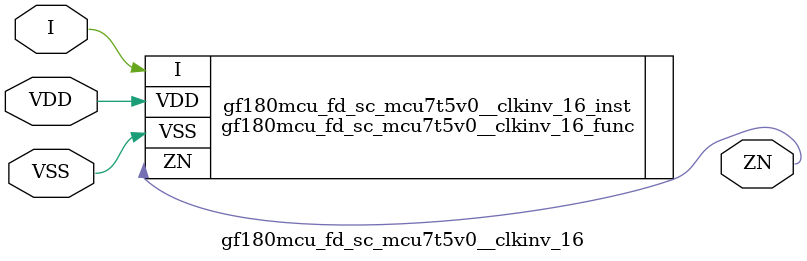
<source format=v>

module gf180mcu_fd_sc_mcu7t5v0__clkinv_16( I, ZN, VDD, VSS );
input I;
inout VDD, VSS;
output ZN;

   `ifdef FUNCTIONAL  //  functional //

	gf180mcu_fd_sc_mcu7t5v0__clkinv_16_func gf180mcu_fd_sc_mcu7t5v0__clkinv_16_behav_inst(.I(I),.ZN(ZN),.VDD(VDD),.VSS(VSS));

   `else

	gf180mcu_fd_sc_mcu7t5v0__clkinv_16_func gf180mcu_fd_sc_mcu7t5v0__clkinv_16_inst(.I(I),.ZN(ZN),.VDD(VDD),.VSS(VSS));

	// spec_gates_begin


	// spec_gates_end



   specify

	// specify_block_begin

	// comb arc I --> ZN
	 (I => ZN) = (1.0,1.0);

	// specify_block_end

   endspecify

   `endif

endmodule

</source>
